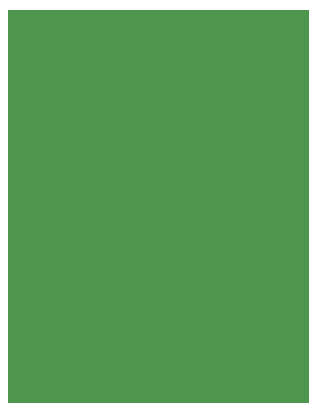
<source format=gtl>
G04 Layer_Physical_Order=1*
G04 Layer_Color=255*
%FSLAX44Y44*%
%MOMM*%
G71*
G01*
G75*
G04:AMPARAMS|DCode=10|XSize=1.3mm|YSize=1.3mm|CornerRadius=0.1625mm|HoleSize=0mm|Usage=FLASHONLY|Rotation=90.000|XOffset=0mm|YOffset=0mm|HoleType=Round|Shape=RoundedRectangle|*
%AMROUNDEDRECTD10*
21,1,1.3000,0.9750,0,0,90.0*
21,1,0.9750,1.3000,0,0,90.0*
1,1,0.3250,0.4875,0.4875*
1,1,0.3250,0.4875,-0.4875*
1,1,0.3250,-0.4875,-0.4875*
1,1,0.3250,-0.4875,0.4875*
%
%ADD10ROUNDEDRECTD10*%
G04:AMPARAMS|DCode=11|XSize=1.8mm|YSize=1.8mm|CornerRadius=0.225mm|HoleSize=0mm|Usage=FLASHONLY|Rotation=90.000|XOffset=0mm|YOffset=0mm|HoleType=Round|Shape=RoundedRectangle|*
%AMROUNDEDRECTD11*
21,1,1.8000,1.3500,0,0,90.0*
21,1,1.3500,1.8000,0,0,90.0*
1,1,0.4500,0.6750,0.6750*
1,1,0.4500,0.6750,-0.6750*
1,1,0.4500,-0.6750,-0.6750*
1,1,0.4500,-0.6750,0.6750*
%
%ADD11ROUNDEDRECTD11*%
G04:AMPARAMS|DCode=12|XSize=1.3mm|YSize=1.3mm|CornerRadius=0.1625mm|HoleSize=0mm|Usage=FLASHONLY|Rotation=0.000|XOffset=0mm|YOffset=0mm|HoleType=Round|Shape=RoundedRectangle|*
%AMROUNDEDRECTD12*
21,1,1.3000,0.9750,0,0,0.0*
21,1,0.9750,1.3000,0,0,0.0*
1,1,0.3250,0.4875,-0.4875*
1,1,0.3250,-0.4875,-0.4875*
1,1,0.3250,-0.4875,0.4875*
1,1,0.3250,0.4875,0.4875*
%
%ADD12ROUNDEDRECTD12*%
G04:AMPARAMS|DCode=13|XSize=1.4mm|YSize=1.3mm|CornerRadius=0.1625mm|HoleSize=0mm|Usage=FLASHONLY|Rotation=0.000|XOffset=0mm|YOffset=0mm|HoleType=Round|Shape=RoundedRectangle|*
%AMROUNDEDRECTD13*
21,1,1.4000,0.9750,0,0,0.0*
21,1,1.0750,1.3000,0,0,0.0*
1,1,0.3250,0.5375,-0.4875*
1,1,0.3250,-0.5375,-0.4875*
1,1,0.3250,-0.5375,0.4875*
1,1,0.3250,0.5375,0.4875*
%
%ADD13ROUNDEDRECTD13*%
G04:AMPARAMS|DCode=14|XSize=1.8mm|YSize=1.8mm|CornerRadius=0.225mm|HoleSize=0mm|Usage=FLASHONLY|Rotation=0.000|XOffset=0mm|YOffset=0mm|HoleType=Round|Shape=RoundedRectangle|*
%AMROUNDEDRECTD14*
21,1,1.8000,1.3500,0,0,0.0*
21,1,1.3500,1.8000,0,0,0.0*
1,1,0.4500,0.6750,-0.6750*
1,1,0.4500,-0.6750,-0.6750*
1,1,0.4500,-0.6750,0.6750*
1,1,0.4500,0.6750,0.6750*
%
%ADD14ROUNDEDRECTD14*%
%ADD15O,2.6000X0.7000*%
%ADD16C,0.5000*%
%ADD17C,0.3000*%
%ADD18C,1.8000*%
%ADD19R,1.8000X1.8000*%
%ADD20O,1.4000X1.8000*%
G36*
X852000Y889000D02*
X851000Y888000D01*
X597000D01*
Y1221000D01*
X852000D01*
Y889000D01*
D02*
G37*
D10*
X648000Y1094000D02*
D03*
X628000D02*
D03*
X628000Y996000D02*
D03*
X652000D02*
D03*
D11*
X628000Y1047000D02*
D03*
X658000D02*
D03*
D12*
X715000Y983000D02*
D03*
Y1003000D02*
D03*
X810000Y1067000D02*
D03*
Y1047000D02*
D03*
X834000Y1146000D02*
D03*
Y1166000D02*
D03*
X715000Y1067000D02*
D03*
Y1047000D02*
D03*
D13*
X795000Y1165000D02*
D03*
Y1147000D02*
D03*
X766000Y1065000D02*
D03*
Y1047000D02*
D03*
D14*
Y1013000D02*
D03*
Y983000D02*
D03*
X650000Y1150000D02*
D03*
Y1180000D02*
D03*
D15*
X704000Y1142050D02*
D03*
Y1129350D02*
D03*
Y1116650D02*
D03*
Y1103950D02*
D03*
X752000Y1142050D02*
D03*
Y1129350D02*
D03*
Y1116650D02*
D03*
Y1103950D02*
D03*
D16*
X845000Y998094D02*
Y1135000D01*
X790000Y943094D02*
X845000Y998094D01*
X834000Y1146000D02*
X845000Y1135000D01*
X674173Y980827D02*
Y1003000D01*
Y980827D02*
X691000Y964000D01*
X718000D01*
X734000Y948000D01*
Y945400D02*
Y948000D01*
X683200Y945400D02*
X708600D01*
X734000Y920000D02*
Y945400D01*
X626500Y1164500D02*
X734000D01*
Y1188000D01*
Y1164500D02*
X794500D01*
X777350Y1129350D02*
X795000Y1147000D01*
X794500Y1164500D02*
X795000Y1165000D01*
X674173Y1092173D02*
X685950Y1103950D01*
X704000D01*
X674173Y1033000D02*
X674173Y1033000D01*
X674173Y1074000D02*
X674173Y1074000D01*
Y1092173D01*
X674174Y1003000D02*
X715000D01*
X674173Y1003000D02*
X674174Y1003000D01*
X752000Y1129350D02*
X777350D01*
X608000Y1146000D02*
X626500Y1164500D01*
X796000Y1146000D02*
X834000D01*
X795000Y1147000D02*
X796000Y1146000D01*
X652000Y976600D02*
X683200Y945400D01*
X652000Y976600D02*
Y996000D01*
X652000Y996000D01*
X652000Y1024000D02*
X674173D01*
Y1003000D02*
Y1024000D01*
Y1033000D01*
X648000Y1094000D02*
X672347D01*
X674173Y1092173D01*
X658000Y1047000D02*
X674173D01*
X674173Y1047000D01*
Y1033000D02*
Y1047000D01*
Y1074000D01*
X774000Y897000D02*
X790000Y913000D01*
Y943094D01*
X667000Y897000D02*
X774000D01*
X667000D02*
Y929200D01*
X683200Y945400D01*
X640000Y976000D02*
Y1012000D01*
X652000Y1024000D01*
X633000Y969000D02*
X640000Y976000D01*
X608000Y983000D02*
Y1146000D01*
Y983000D02*
X622000Y969000D01*
X633000D01*
D17*
X683200Y920000D02*
X708600D01*
X759400D02*
Y945400D01*
X766000Y957000D02*
Y983000D01*
X759400Y950400D02*
X766000Y957000D01*
X759400Y945400D02*
Y950400D01*
X714500Y1188000D02*
X730500Y1204000D01*
X650000Y1150000D02*
X670650Y1129350D01*
X651000Y1181000D02*
X661000D01*
X668000Y1188000D01*
X714500D01*
X637651Y1116650D02*
X704000D01*
X670650Y1129350D02*
X704000D01*
X718650D01*
X765000Y1067000D02*
X766000Y1066000D01*
X715000Y983000D02*
X766000D01*
X796000Y1204000D02*
X834000Y1166000D01*
X730500Y1204000D02*
X796000D01*
X752000Y1116650D02*
X772350D01*
X810000Y1079000D01*
Y1067000D02*
Y1079000D01*
X776001Y1013000D02*
X810000Y1047000D01*
X766000Y1013000D02*
X776001D01*
X715000Y1047000D02*
X766000D01*
X715000Y1047000D02*
X715000Y1047000D01*
X628000Y996000D02*
Y1047000D01*
X628000Y1047000D02*
X628000Y1047000D01*
X628000Y1047000D02*
Y1093999D01*
X628000Y1094000D01*
Y1107000D01*
X637651Y1116650D01*
X766000Y1047000D02*
X779000D01*
X799000Y1067000D01*
X810000D01*
X766000Y1048000D02*
X766912D01*
X765001Y1047000D02*
X766000Y1048000D01*
X715000Y1067000D02*
X728750Y1080750D01*
Y1119250D01*
X718650Y1129350D02*
X728750Y1119250D01*
X729500Y1081500D02*
X746000Y1065000D01*
X766000D01*
D18*
X683200Y945400D02*
D03*
Y920000D02*
D03*
X708600Y945400D02*
D03*
Y920000D02*
D03*
X734000Y945400D02*
D03*
Y920000D02*
D03*
X759400Y945400D02*
D03*
D19*
Y920000D02*
D03*
D20*
X734000Y1188000D02*
D03*
X714500D02*
D03*
M02*

</source>
